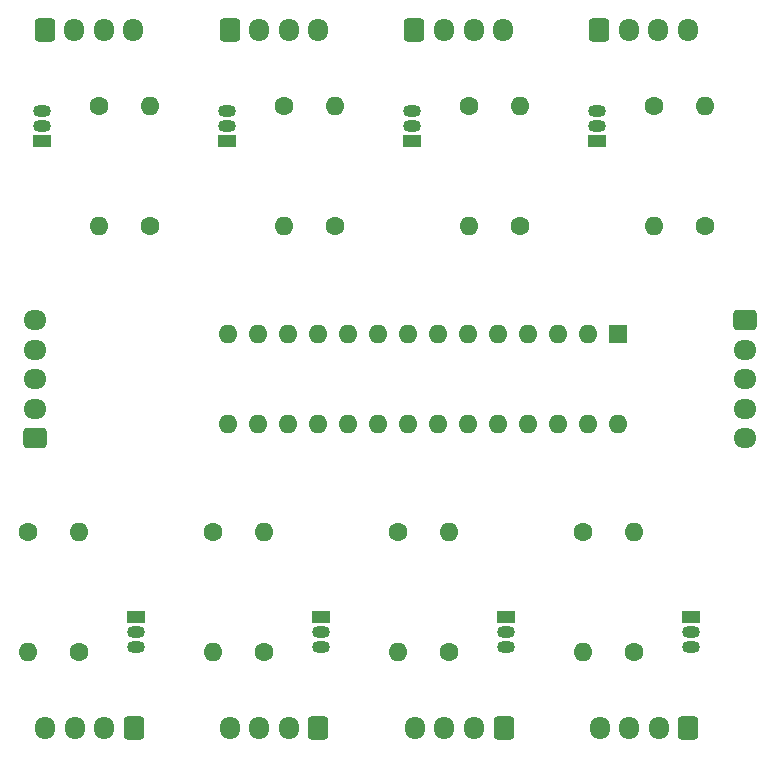
<source format=gbr>
%TF.GenerationSoftware,KiCad,Pcbnew,(6.0.10-0)*%
%TF.CreationDate,2023-02-19T00:01:58-07:00*%
%TF.ProjectId,andyvision_kicad,616e6479-7669-4736-996f-6e5f6b696361,1.0*%
%TF.SameCoordinates,Original*%
%TF.FileFunction,Soldermask,Bot*%
%TF.FilePolarity,Negative*%
%FSLAX46Y46*%
G04 Gerber Fmt 4.6, Leading zero omitted, Abs format (unit mm)*
G04 Created by KiCad (PCBNEW (6.0.10-0)) date 2023-02-19 00:01:58*
%MOMM*%
%LPD*%
G01*
G04 APERTURE LIST*
G04 Aperture macros list*
%AMRoundRect*
0 Rectangle with rounded corners*
0 $1 Rounding radius*
0 $2 $3 $4 $5 $6 $7 $8 $9 X,Y pos of 4 corners*
0 Add a 4 corners polygon primitive as box body*
4,1,4,$2,$3,$4,$5,$6,$7,$8,$9,$2,$3,0*
0 Add four circle primitives for the rounded corners*
1,1,$1+$1,$2,$3*
1,1,$1+$1,$4,$5*
1,1,$1+$1,$6,$7*
1,1,$1+$1,$8,$9*
0 Add four rect primitives between the rounded corners*
20,1,$1+$1,$2,$3,$4,$5,0*
20,1,$1+$1,$4,$5,$6,$7,0*
20,1,$1+$1,$6,$7,$8,$9,0*
20,1,$1+$1,$8,$9,$2,$3,0*%
G04 Aperture macros list end*
%ADD10C,1.600000*%
%ADD11O,1.600000X1.600000*%
%ADD12RoundRect,0.250000X0.725000X-0.600000X0.725000X0.600000X-0.725000X0.600000X-0.725000X-0.600000X0*%
%ADD13O,1.950000X1.700000*%
%ADD14RoundRect,0.250000X0.600000X0.725000X-0.600000X0.725000X-0.600000X-0.725000X0.600000X-0.725000X0*%
%ADD15O,1.700000X1.950000*%
%ADD16R,1.500000X1.050000*%
%ADD17O,1.500000X1.050000*%
%ADD18RoundRect,0.250000X-0.600000X-0.725000X0.600000X-0.725000X0.600000X0.725000X-0.600000X0.725000X0*%
%ADD19R,1.600000X1.600000*%
%ADD20RoundRect,0.250000X-0.725000X0.600000X-0.725000X-0.600000X0.725000X-0.600000X0.725000X0.600000X0*%
G04 APERTURE END LIST*
D10*
%TO.C,R12*%
X150490000Y-117110000D03*
D11*
X150490000Y-106950000D03*
%TD*%
D10*
%TO.C,R16*%
X119170000Y-117110000D03*
D11*
X119170000Y-106950000D03*
%TD*%
D10*
%TO.C,R6*%
X152190000Y-70840000D03*
D11*
X152190000Y-81000000D03*
%TD*%
D10*
%TO.C,R11*%
X146160000Y-106950000D03*
D11*
X146160000Y-117110000D03*
%TD*%
D12*
%TO.C,J2*%
X115475000Y-98975000D03*
D13*
X115475000Y-96475000D03*
X115475000Y-93975000D03*
X115475000Y-91475000D03*
X115475000Y-88975000D03*
%TD*%
D14*
%TO.C,J9*%
X139435000Y-123555000D03*
D15*
X136935000Y-123555000D03*
X134435000Y-123555000D03*
X131935000Y-123555000D03*
%TD*%
D10*
%TO.C,R13*%
X130485000Y-106950000D03*
D11*
X130485000Y-117110000D03*
%TD*%
D16*
%TO.C,Q4*%
X163010000Y-73790000D03*
D17*
X163010000Y-72520000D03*
X163010000Y-71250000D03*
%TD*%
D18*
%TO.C,J4*%
X131910000Y-64395000D03*
D15*
X134410000Y-64395000D03*
X136910000Y-64395000D03*
X139410000Y-64395000D03*
%TD*%
D10*
%TO.C,R4*%
X136530000Y-70840000D03*
D11*
X136530000Y-81000000D03*
%TD*%
D16*
%TO.C,Q7*%
X139685000Y-114160000D03*
D17*
X139685000Y-115430000D03*
X139685000Y-116700000D03*
%TD*%
D10*
%TO.C,R8*%
X167850000Y-70840000D03*
D11*
X167850000Y-81000000D03*
%TD*%
D16*
%TO.C,Q6*%
X155330000Y-114160000D03*
D17*
X155330000Y-115430000D03*
X155330000Y-116700000D03*
%TD*%
D10*
%TO.C,R7*%
X172180000Y-81000000D03*
D11*
X172180000Y-70840000D03*
%TD*%
D16*
%TO.C,Q3*%
X147350000Y-73790000D03*
D17*
X147350000Y-72520000D03*
X147350000Y-71250000D03*
%TD*%
D16*
%TO.C,Q5*%
X170990000Y-114160000D03*
D17*
X170990000Y-115430000D03*
X170990000Y-116700000D03*
%TD*%
D14*
%TO.C,J8*%
X155110000Y-123555000D03*
D15*
X152610000Y-123555000D03*
X150110000Y-123555000D03*
X147610000Y-123555000D03*
%TD*%
D18*
%TO.C,J5*%
X147570000Y-64395000D03*
D15*
X150070000Y-64395000D03*
X152570000Y-64395000D03*
X155070000Y-64395000D03*
%TD*%
D14*
%TO.C,J10*%
X123790000Y-123555000D03*
D15*
X121290000Y-123555000D03*
X118790000Y-123555000D03*
X116290000Y-123555000D03*
%TD*%
D16*
%TO.C,Q1*%
X116030000Y-73790000D03*
D17*
X116030000Y-72520000D03*
X116030000Y-71250000D03*
%TD*%
D16*
%TO.C,Q2*%
X131690000Y-73790000D03*
D17*
X131690000Y-72520000D03*
X131690000Y-71250000D03*
%TD*%
D10*
%TO.C,R9*%
X161820000Y-106950000D03*
D11*
X161820000Y-117110000D03*
%TD*%
D19*
%TO.C,U1*%
X164772500Y-90175000D03*
D11*
X162232500Y-90175000D03*
X159692500Y-90175000D03*
X157152500Y-90175000D03*
X154612500Y-90175000D03*
X152072500Y-90175000D03*
X149532500Y-90175000D03*
X146992500Y-90175000D03*
X144452500Y-90175000D03*
X141912500Y-90175000D03*
X139372500Y-90175000D03*
X136832500Y-90175000D03*
X134292500Y-90175000D03*
X131752500Y-90175000D03*
X131752500Y-97795000D03*
X134292500Y-97795000D03*
X136832500Y-97795000D03*
X139372500Y-97795000D03*
X141912500Y-97795000D03*
X144452500Y-97795000D03*
X146992500Y-97795000D03*
X149532500Y-97795000D03*
X152072500Y-97795000D03*
X154612500Y-97795000D03*
X157152500Y-97795000D03*
X159692500Y-97795000D03*
X162232500Y-97795000D03*
X164772500Y-97795000D03*
%TD*%
D10*
%TO.C,R2*%
X120870000Y-70840000D03*
D11*
X120870000Y-81000000D03*
%TD*%
D16*
%TO.C,Q8*%
X124010000Y-114160000D03*
D17*
X124010000Y-115430000D03*
X124010000Y-116700000D03*
%TD*%
D10*
%TO.C,R3*%
X140860000Y-81000000D03*
D11*
X140860000Y-70840000D03*
%TD*%
D10*
%TO.C,R1*%
X125200000Y-81000000D03*
D11*
X125200000Y-70840000D03*
%TD*%
D18*
%TO.C,J6*%
X163230000Y-64395000D03*
D15*
X165730000Y-64395000D03*
X168230000Y-64395000D03*
X170730000Y-64395000D03*
%TD*%
D10*
%TO.C,R10*%
X166150000Y-117110000D03*
D11*
X166150000Y-106950000D03*
%TD*%
D20*
%TO.C,J1*%
X175525000Y-89000000D03*
D13*
X175525000Y-91500000D03*
X175525000Y-94000000D03*
X175525000Y-96500000D03*
X175525000Y-99000000D03*
%TD*%
D18*
%TO.C,J3*%
X116250000Y-64395000D03*
D15*
X118750000Y-64395000D03*
X121250000Y-64395000D03*
X123750000Y-64395000D03*
%TD*%
D10*
%TO.C,R15*%
X114840000Y-106950000D03*
D11*
X114840000Y-117110000D03*
%TD*%
D14*
%TO.C,J7*%
X170770000Y-123555000D03*
D15*
X168270000Y-123555000D03*
X165770000Y-123555000D03*
X163270000Y-123555000D03*
%TD*%
D10*
%TO.C,R5*%
X156520000Y-81000000D03*
D11*
X156520000Y-70840000D03*
%TD*%
D10*
%TO.C,R14*%
X134830000Y-117110000D03*
D11*
X134830000Y-106950000D03*
%TD*%
M02*

</source>
